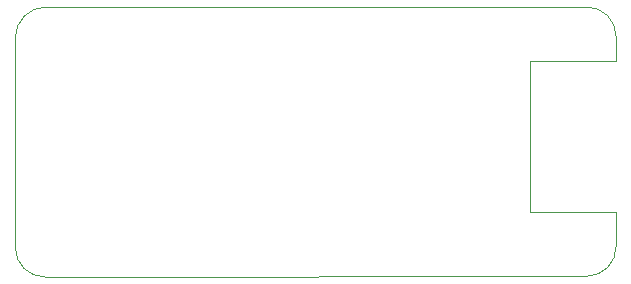
<source format=gbr>
G04 #@! TF.GenerationSoftware,KiCad,Pcbnew,(5.1.4-0-10_14)*
G04 #@! TF.CreationDate,2019-11-15T13:57:30+01:00*
G04 #@! TF.ProjectId,FeatherWing nRF24L01 Adapter,46656174-6865-4725-9769-6e67206e5246,rev?*
G04 #@! TF.SameCoordinates,Original*
G04 #@! TF.FileFunction,Profile,NP*
%FSLAX46Y46*%
G04 Gerber Fmt 4.6, Leading zero omitted, Abs format (unit mm)*
G04 Created by KiCad (PCBNEW (5.1.4-0-10_14)) date 2019-11-15 13:57:30*
%MOMM*%
%LPD*%
G04 APERTURE LIST*
%ADD10C,0.050000*%
G04 APERTURE END LIST*
D10*
X150241000Y-83250000D02*
X142950000Y-83250000D01*
X150241000Y-81153000D02*
X150241000Y-83250000D01*
X142950000Y-96050000D02*
X150240226Y-96050000D01*
X150240226Y-98934607D02*
X150240226Y-96050000D01*
X142950000Y-83250000D02*
X142950000Y-96050000D01*
X99377500Y-99060000D02*
X99377500Y-81280000D01*
X101979393Y-101535726D02*
X101915893Y-101535726D01*
X147764500Y-101473000D02*
X101979393Y-101535726D01*
X150240226Y-98934607D02*
G75*
G02X147764500Y-101473000I-2475726J-61893D01*
G01*
X147764500Y-78676500D02*
X101981000Y-78676500D01*
X147764500Y-78676500D02*
G75*
G02X150241000Y-81153000I0J-2476500D01*
G01*
X101915893Y-101535726D02*
G75*
G02X99377500Y-99060000I-61893J2475726D01*
G01*
X99377500Y-81280000D02*
G75*
G02X101981000Y-78676500I2603500J0D01*
G01*
M02*

</source>
